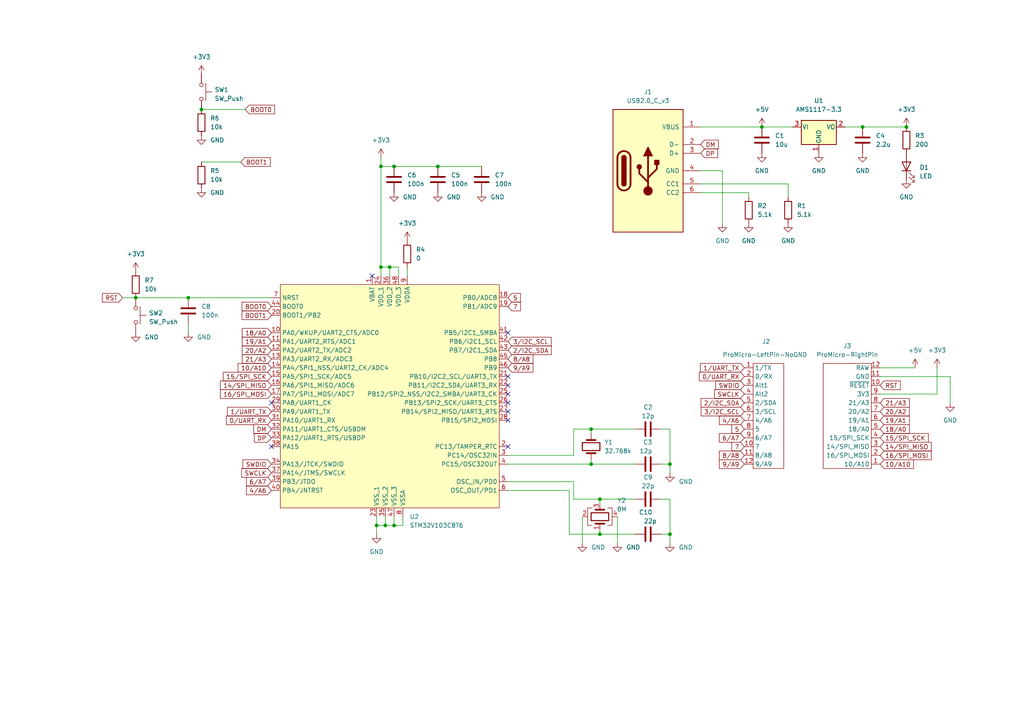
<source format=kicad_sch>
(kicad_sch (version 20230121) (generator eeschema)
  (paper "A4")
  (title_block (title "x32micro") (rev "1.1.1"))
  (lib_symbols
    (symbol "$74th:ProMicro-LeftPin-NoGND"
      (property "Reference" "J" (at 0 12.7 0))
      (property "Value" "ProMicro-LeftPin" (at 0 15.24 0))
      (symbol "ProMicro-LeftPin-NoGND_0_1"
        (rectangle (start -3.81 11.43) (end 5.08 -19.05) (stroke (width 0.1524)))
      )
      (symbol "ProMicro-LeftPin-NoGND_1_1"
        (pin bidirectional line (at -6.35 10.16 0) (length 2.54) (name "1/TX") (number "1"))
        (pin bidirectional line (at -6.35 -12.7 0) (length 2.54) (name "7") (number "10"))
        (pin bidirectional line (at -6.35 -15.24 0) (length 2.54) (name "8/A8") (number "11"))
        (pin bidirectional line (at -6.35 -17.78 0) (length 2.54) (name "9/A9") (number "12"))
        (pin bidirectional line (at -6.35 7.62 0) (length 2.54) (name "0/RX") (number "2"))
        (pin bidirectional line (at -6.35 5.08 0) (length 2.54) (name "Alt1") (number "3"))
        (pin bidirectional line (at -6.35 2.54 0) (length 2.54) (name "Alt2") (number "4"))
        (pin bidirectional line (at -6.35 0 0) (length 2.54) (name "2/SDA") (number "5"))
        (pin bidirectional line (at -6.35 -2.54 0) (length 2.54) (name "3/SCL") (number "6"))
        (pin bidirectional line (at -6.35 -5.08 0) (length 2.54) (name "4/A6") (number "7"))
        (pin bidirectional line (at -6.35 -7.62 0) (length 2.54) (name "5") (number "8"))
        (pin bidirectional line (at -6.35 -10.16 0) (length 2.54) (name "6/A7") (number "9"))
      )
    )
    (symbol "$74th:ProMicro-RightPin"
      (property "Reference" "J" (at 0 12.7 0))
      (property "Value" "ProMicro-RightPin" (at 0 15.24 0))
      (symbol "ProMicro-RightPin_0_1"
        (rectangle (start -3.81 11.43) (end 10.16 -19.05) (stroke (width 0.1524)))
      )
      (symbol "ProMicro-RightPin_1_1"
        (pin bidirectional line (at 12.7 -17.78 180) (length 2.54) (name "10/A10") (number "1"))
        (pin input line (at 12.7 5.08 180) (length 2.54) (name "~{RESET}") (number "10"))
        (pin power_in line (at 12.7 7.62 180) (length 2.54) (name "GND") (number "11"))
        (pin power_in line (at 12.7 10.16 180) (length 2.54) (name "RAW") (number "12"))
        (pin bidirectional line (at 12.7 -15.24 180) (length 2.54) (name "16/SPI_MOSI") (number "2"))
        (pin bidirectional line (at 12.7 -12.7 180) (length 2.54) (name "14/SPI_MISO") (number "3"))
        (pin bidirectional line (at 12.7 -10.16 180) (length 2.54) (name "15/SPI_SCK") (number "4"))
        (pin bidirectional line (at 12.7 -7.62 180) (length 2.54) (name "18/A0") (number "5"))
        (pin bidirectional line (at 12.7 -5.08 180) (length 2.54) (name "19/A1") (number "6"))
        (pin bidirectional line (at 12.7 -2.54 180) (length 2.54) (name "20/A2") (number "7"))
        (pin bidirectional line (at 12.7 0 180) (length 2.54) (name "21/A3") (number "8"))
        (pin power_in line (at 12.7 2.54 180) (length 2.54) (name "3V3") (number "9"))
      )
    )
    (symbol "$74th:STM32F103C8T6"
      (property "Reference" "U" (at -24.13 25.4 0))
      (property "Value" "STM32V103C8T6" (at -24.13 27.94 0))
      (symbol "STM32F103C8T6_0_1"
        (rectangle (start -31.75 22.86) (end 31.75 -41.91) (stroke (width 0.1524)) (fill (type background)))
        (rectangle (start -1.27 -15.24) (end -1.27 -15.24) (stroke (width 0.1524)))
      )
      (symbol "STM32F103C8T6_1_1"
        (pin power_in line (at -5.08 25.4 270) (length 2.54) (name "VBAT") (number "1"))
        (pin bidirectional line (at -34.29 8.89 0) (length 2.54) (name "PA0/WKUP/UART2_CTS/ADC0") (number "10"))
        (pin bidirectional line (at -34.29 6.35 0) (length 2.54) (name "PA1/UART2_RTS/ADC1") (number "11"))
        (pin bidirectional line (at -34.29 3.81 0) (length 2.54) (name "PA2/UART2_TX/ADC2") (number "12"))
        (pin bidirectional line (at -34.29 1.27 0) (length 2.54) (name "PA3/UART2_RX/ADC3") (number "13"))
        (pin bidirectional line (at -34.29 -1.27 0) (length 2.54) (name "PA4/SPI1_NSS/UART2_CK/ADC4") (number "14"))
        (pin bidirectional line (at -34.29 -3.81 0) (length 2.54) (name "PA5/SPI1_SCK/ADC5") (number "15"))
        (pin bidirectional line (at -34.29 -6.35 0) (length 2.54) (name "PA6/SPI1_MISO/ADC6") (number "16"))
        (pin bidirectional line (at -34.29 -8.89 0) (length 2.54) (name "PA7/SPI1_MOSI/ADC7") (number "17"))
        (pin bidirectional line (at 34.29 19.05 180) (length 2.54) (name "PB0/ADC8") (number "18"))
        (pin bidirectional line (at 34.29 16.51 180) (length 2.54) (name "PB1/ADC9") (number "19"))
        (pin bidirectional line (at 34.29 -24.13 180) (length 2.54) (name "PC13/TAMPER_RTC") (number "2"))
        (pin bidirectional line (at -34.29 13.97 0) (length 2.54) (name "BOOT1/PB2") (number "20"))
        (pin bidirectional line (at 34.29 -3.81 180) (length 2.54) (name "PB10/I2C2_SCL/UART3_TX") (number "21"))
        (pin bidirectional line (at 34.29 -6.35 180) (length 2.54) (name "PB11/I2C2_SDA/UART3_RX") (number "22"))
        (pin power_in line (at -3.81 -44.45 90) (length 2.54) (name "VSS_1") (number "23"))
        (pin power_in line (at -2.54 25.4 270) (length 2.54) (name "VDD_1") (number "24"))
        (pin bidirectional line (at 34.29 -8.89 180) (length 2.54) (name "PB12/SPI2_NSS/I2C2_SMBA/UART3_CK") (number "25"))
        (pin bidirectional line (at 34.29 -11.43 180) (length 2.54) (name "PB13/SPI2_SCK/UART3_CTS") (number "26"))
        (pin bidirectional line (at 34.29 -13.97 180) (length 2.54) (name "PB14/SPI2_MISO/UART3_RTS") (number "27"))
        (pin bidirectional line (at 34.29 -16.51 180) (length 2.54) (name "PB15/SPI2_MOSI") (number "28"))
        (pin bidirectional line (at -34.29 -11.43 0) (length 2.54) (name "PA8/UART1_CK") (number "29"))
        (pin bidirectional line (at 34.29 -26.67 180) (length 2.54) (name "PC14/OSC32IN") (number "3"))
        (pin bidirectional line (at -34.29 -13.97 0) (length 2.54) (name "PA9/UART1_TX") (number "30"))
        (pin bidirectional line (at -34.29 -16.51 0) (length 2.54) (name "PA10/UART1_RX") (number "31"))
        (pin bidirectional line (at -34.29 -19.05 0) (length 2.54) (name "PA11/UART1_CTS/USBDM") (number "32"))
        (pin bidirectional line (at -34.29 -21.59 0) (length 2.54) (name "PA12/UART1_RTS/USBDP") (number "33"))
        (pin bidirectional line (at -34.29 -29.21 0) (length 2.54) (name "PA13/JTCK/SWDIO") (number "34"))
        (pin power_in line (at -1.27 -44.45 90) (length 2.54) (name "VSS_2") (number "35"))
        (pin power_in line (at 0 25.4 270) (length 2.54) (name "VDD_2") (number "36"))
        (pin bidirectional line (at -34.29 -31.75 0) (length 2.54) (name "PA14/JTMS/SWCLK") (number "37"))
        (pin bidirectional line (at -34.29 -24.13 0) (length 2.54) (name "PA15") (number "38"))
        (pin bidirectional line (at -34.29 -34.29 0) (length 2.54) (name "PB3/JTDO") (number "39"))
        (pin bidirectional line (at 34.29 -29.21 180) (length 2.54) (name "PC15/OSC32OUT") (number "4"))
        (pin bidirectional line (at -34.29 -36.83 0) (length 2.54) (name "PB4/JNTRST") (number "40"))
        (pin bidirectional line (at 34.29 8.89 180) (length 2.54) (name "PB5/I2C1_SMBA") (number "41"))
        (pin bidirectional line (at 34.29 6.35 180) (length 2.54) (name "PB6/I2C1_SCL") (number "42"))
        (pin bidirectional line (at 34.29 3.81 180) (length 2.54) (name "PB7/I2C1_SDA") (number "43"))
        (pin input line (at -34.29 16.51 0) (length 2.54) (name "BOOT0") (number "44"))
        (pin bidirectional line (at 34.29 1.27 180) (length 2.54) (name "PB8") (number "45"))
        (pin bidirectional line (at 34.29 -1.27 180) (length 2.54) (name "PB9") (number "46"))
        (pin power_in line (at 1.27 -44.45 90) (length 2.54) (name "VSS_3") (number "47"))
        (pin power_in line (at 2.54 25.4 270) (length 2.54) (name "VDD_3") (number "48"))
        (pin bidirectional line (at 34.29 -34.29 180) (length 2.54) (name "OSC_IN/PD0") (number "5"))
        (pin bidirectional line (at 34.29 -36.83 180) (length 2.54) (name "OSC_OUT/PD1") (number "6"))
        (pin input line (at -34.29 19.05 0) (length 2.54) (name "NRST") (number "7"))
        (pin input line (at 3.81 -44.45 90) (length 2.54) (name "VSSA") (number "8"))
        (pin input line (at 5.08 25.4 270) (length 2.54) (name "VDDA") (number "9"))
      )
    )
    (symbol "$74th:USB2.0_C_v3" (pin_names (offset 1.016))
      (property "Reference" "J" (at -10.16 19.05 0))
      (property "Value" "USB2.0_C_v3" (at 12.7 19.05 0))
      (symbol "USB2.0_C_v3_0_1"
        (rectangle (start -10.16 17.78) (end 10.16 -17.78) (stroke (width 0.254)) (fill (type background)))
        (arc (start -8.89 -3.81) (mid -6.985 -5.7067) (end -5.08 -3.81) (stroke (width 0.508)))
        (arc (start -7.62 -3.81) (mid -6.985 -4.4423) (end -6.35 -3.81) (stroke (width 0.254)))
        (arc (start -7.62 -3.81) (mid -6.985 -4.4423) (end -6.35 -3.81) (stroke (width 0.254)) (fill (type outline)))
        (rectangle (start -7.62 -3.81) (end -6.35 3.81) (stroke (width 0.254)) (fill (type outline)))
        (arc (start -6.35 3.81) (mid -6.985 4.4423) (end -7.62 3.81) (stroke (width 0.254)))
        (arc (start -6.35 3.81) (mid -6.985 4.4423) (end -7.62 3.81) (stroke (width 0.254)) (fill (type outline)))
        (arc (start -5.08 3.81) (mid -6.985 5.7067) (end -8.89 3.81) (stroke (width 0.508)))
        (circle (center -2.54 1.143) (radius 0.635) (stroke (width 0.254)) (fill (type outline)))
        (circle (center 0 -5.842) (radius 1.27) (fill (type outline)))
        (polyline (pts (xy -8.89 -3.81) (xy -8.89 3.81)) (stroke (width 0.508)))
        (polyline (pts (xy -5.08 3.81) (xy -5.08 -3.81)) (stroke (width 0.508)))
        (polyline (pts (xy 0 -5.842) (xy 0 4.318)) (stroke (width 0.508)))
        (polyline (pts (xy 0 -3.302) (xy -2.54 -0.762) (xy -2.54 0.508)) (stroke (width 0.508)))
        (polyline (pts (xy 0 -2.032) (xy 2.54 0.508) (xy 2.54 1.778)) (stroke (width 0.508)))
        (polyline (pts (xy -1.27 4.318) (xy 0 6.858) (xy 1.27 4.318) (xy -1.27 4.318)) (stroke (width 0.254)) (fill (type outline)))
        (rectangle (start 1.905 1.778) (end 3.175 3.048) (stroke (width 0.254)) (fill (type outline)))
      )
      (symbol "USB2.0_C_v3_1_1"
        (pin power_out line (at 15.24 12.7 180) (length 5.08) (name "VBUS") (number "1"))
        (pin bidirectional line (at 15.24 7.62 180) (length 5.08) (name "D-") (number "2"))
        (pin bidirectional line (at 15.24 5.08 180) (length 5.08) (name "D+") (number "3"))
        (pin power_out line (at 15.24 0 180) (length 5.08) (name "GND") (number "4"))
        (pin bidirectional line (at 15.24 -3.81 180) (length 5.08) (name "CC1") (number "5"))
        (pin bidirectional line (at 15.24 -6.35 180) (length 5.08) (name "CC2") (number "6"))
      )
    )
    (symbol "Device:C" (pin_numbers hide) (pin_names (offset 0.254))
      (property "Reference" "C" (at 0.635 2.54 0))
      (property "Value" "C" (at 0.635 -2.54 0))
      (symbol "C_0_1"
        (polyline (pts (xy -2.032 -0.762) (xy 2.032 -0.762)) (stroke (width 0.508)))
        (polyline (pts (xy -2.032 0.762) (xy 2.032 0.762)) (stroke (width 0.508)))
      )
      (symbol "C_1_1"
        (pin passive line (at 0 3.81 270) (length 2.794) (name "~") (number "1"))
        (pin passive line (at 0 -3.81 90) (length 2.794) (name "~") (number "2"))
      )
    )
    (symbol "Device:Crystal" (pin_numbers hide) (pin_names (offset 1.016) hide)
      (property "Reference" "Y" (at 0 3.81 0))
      (property "Value" "Crystal" (at 0 -3.81 0))
      (symbol "Crystal_0_1"
        (rectangle (start -1.143 2.54) (end 1.143 -2.54) (stroke (width 0.3048)))
        (polyline (pts (xy -2.54 0) (xy -1.905 0)))
        (polyline (pts (xy -1.905 -1.27) (xy -1.905 1.27)) (stroke (width 0.508)))
        (polyline (pts (xy 1.905 -1.27) (xy 1.905 1.27)) (stroke (width 0.508)))
        (polyline (pts (xy 2.54 0) (xy 1.905 0)))
      )
      (symbol "Crystal_1_1"
        (pin passive line (at -3.81 0 0) (length 1.27) (name "1") (number "1"))
        (pin passive line (at 3.81 0 180) (length 1.27) (name "2") (number "2"))
      )
    )
    (symbol "Device:Crystal_GND24" (pin_names (offset 1.016) hide)
      (property "Reference" "Y" (at 3.175 5.08 0))
      (property "Value" "Crystal_GND24" (at 3.175 3.175 0))
      (symbol "Crystal_GND24_0_1"
        (rectangle (start -1.143 2.54) (end 1.143 -2.54) (stroke (width 0.3048)))
        (polyline (pts (xy -2.54 0) (xy -2.032 0)))
        (polyline (pts (xy -2.032 -1.27) (xy -2.032 1.27)) (stroke (width 0.508)))
        (polyline (pts (xy 0 -3.81) (xy 0 -3.556)))
        (polyline (pts (xy 0 3.556) (xy 0 3.81)))
        (polyline (pts (xy 2.032 -1.27) (xy 2.032 1.27)) (stroke (width 0.508)))
        (polyline (pts (xy 2.032 0) (xy 2.54 0)))
        (polyline (pts (xy -2.54 -2.286) (xy -2.54 -3.556) (xy 2.54 -3.556) (xy 2.54 -2.286)))
        (polyline (pts (xy -2.54 2.286) (xy -2.54 3.556) (xy 2.54 3.556) (xy 2.54 2.286)))
      )
      (symbol "Crystal_GND24_1_1"
        (pin passive line (at -3.81 0 0) (length 1.27) (name "1") (number "1"))
        (pin passive line (at 0 5.08 270) (length 1.27) (name "2") (number "2"))
        (pin passive line (at 3.81 0 180) (length 1.27) (name "3") (number "3"))
        (pin passive line (at 0 -5.08 90) (length 1.27) (name "4") (number "4"))
      )
    )
    (symbol "Device:LED" (pin_numbers hide) (pin_names (offset 1.016) hide)
      (property "Reference" "D" (at 0 2.54 0))
      (property "Value" "LED" (at 0 -2.54 0))
      (symbol "LED_0_1"
        (polyline (pts (xy -1.27 -1.27) (xy -1.27 1.27)) (stroke (width 0.254)))
        (polyline (pts (xy -1.27 0) (xy 1.27 0)))
        (polyline (pts (xy 1.27 -1.27) (xy 1.27 1.27) (xy -1.27 0) (xy 1.27 -1.27)) (stroke (width 0.254)))
        (polyline (pts (xy -3.048 -0.762) (xy -4.572 -2.286) (xy -3.81 -2.286) (xy -4.572 -2.286) (xy -4.572 -1.524)))
        (polyline (pts (xy -1.778 -0.762) (xy -3.302 -2.286) (xy -2.54 -2.286) (xy -3.302 -2.286) (xy -3.302 -1.524)))
      )
      (symbol "LED_1_1"
        (pin passive line (at -3.81 0 0) (length 2.54) (name "K") (number "1"))
        (pin passive line (at 3.81 0 180) (length 2.54) (name "A") (number "2"))
      )
    )
    (symbol "Device:R" (pin_numbers hide) (pin_names (offset 0))
      (property "Reference" "R" (at 2.032 0 90))
      (property "Value" "R" (at 0 0 90))
      (symbol "R_0_1"
        (rectangle (start -1.016 -2.54) (end 1.016 2.54) (stroke (width 0.254)))
      )
      (symbol "R_1_1"
        (pin passive line (at 0 3.81 270) (length 1.27) (name "~") (number "1"))
        (pin passive line (at 0 -3.81 90) (length 1.27) (name "~") (number "2"))
      )
    )
    (symbol "Regulator_Linear:AMS1117-3.3" (pin_names (offset 0.254))
      (property "Reference" "U" (at -3.81 3.175 0))
      (property "Value" "AMS1117-3.3" (at 0 3.175 0))
      (symbol "AMS1117-3.3_0_1"
        (rectangle (start -5.08 -5.08) (end 5.08 1.905) (stroke (width 0.254)) (fill (type background)))
      )
      (symbol "AMS1117-3.3_1_1"
        (pin power_in line (at 0 -7.62 90) (length 2.54) (name "GND") (number "1"))
        (pin power_out line (at 7.62 0 180) (length 2.54) (name "VO") (number "2"))
        (pin power_in line (at -7.62 0 0) (length 2.54) (name "VI") (number "3"))
      )
    )
    (symbol "Switch:SW_Push" (pin_numbers hide) (pin_names (offset 1.016) hide)
      (property "Reference" "SW" (at 1.27 2.54 0))
      (property "Value" "SW_Push" (at 0 -1.524 0))
      (symbol "SW_Push_0_1"
        (circle (center -2.032 0) (radius 0.508))
        (polyline (pts (xy 0 1.27) (xy 0 3.048)))
        (polyline (pts (xy 2.54 1.27) (xy -2.54 1.27)))
        (circle (center 2.032 0) (radius 0.508))
        (pin passive line (at -5.08 0 0) (length 2.54) (name "1") (number "1"))
        (pin passive line (at 5.08 0 180) (length 2.54) (name "2") (number "2"))
      )
    )
    (symbol "power:+3V3" (power) (pin_names (offset 0))
      (property "Value" "+3V3" (at 0 3.556 0))
      (symbol "+3V3_0_1"
        (polyline (pts (xy -0.762 1.27) (xy 0 2.54)))
        (polyline (pts (xy 0 0) (xy 0 2.54)))
        (polyline (pts (xy 0 2.54) (xy 0.762 1.27)))
      )
      (symbol "+3V3_1_1"
        (pin power_in line (at 0 0 90) (length 0) hide (name "+3V3") (number "1"))
      )
    )
    (symbol "power:+5V" (power) (pin_names (offset 0))
      (property "Value" "+5V" (at 0 3.556 0))
      (symbol "+5V_0_1"
        (polyline (pts (xy -0.762 1.27) (xy 0 2.54)))
        (polyline (pts (xy 0 0) (xy 0 2.54)))
        (polyline (pts (xy 0 2.54) (xy 0.762 1.27)))
      )
      (symbol "+5V_1_1"
        (pin power_in line (at 0 0 90) (length 0) hide (name "+5V") (number "1"))
      )
    )
    (symbol "power:GND" (power) (pin_names (offset 0))
      (property "Value" "GND" (at 0 -3.81 0))
      (symbol "GND_0_1"
        (polyline (pts (xy 0 0) (xy 0 -1.27) (xy 1.27 -1.27) (xy 0 -2.54) (xy -1.27 -1.27) (xy 0 -1.27)))
      )
      (symbol "GND_1_1"
        (pin power_in line (at 0 0 270) (length 0) hide (name "GND") (number "1"))
      )
    )
  )
  (junction (at 110.49 48.26))
  (junction (at 250.19 36.83))
  (junction (at 173.99 144.78))
  (junction (at 127 48.26))
  (junction (at 58.42 31.75))
  (junction (at 39.37 86.36))
  (junction (at 171.45 134.62))
  (junction (at 194.31 134.62))
  (junction (at 54.61 86.36))
  (junction (at 109.22 152.4))
  (junction (at 262.89 36.83))
  (junction (at 194.31 154.94))
  (junction (at 110.49 77.47))
  (junction (at 171.45 124.46))
  (junction (at 113.03 77.47))
  (junction (at 220.98 36.83))
  (junction (at 111.76 152.4))
  (junction (at 114.3 48.26))
  (junction (at 114.3 152.4))
  (junction (at 173.99 154.94))
  (no_connect (at 147.32 111.76))
  (no_connect (at 147.32 109.22))
  (no_connect (at 147.32 119.38))
  (no_connect (at 147.32 114.3))
  (no_connect (at 78.74 116.84))
  (no_connect (at 107.95 80.01))
  (no_connect (at 147.32 121.92))
  (no_connect (at 147.32 116.84))
  (no_connect (at 147.32 96.52))
  (no_connect (at 147.32 129.54))
  (no_connect (at 78.74 129.54))
  (wire (pts (xy 245.11 36.83) (xy 250.19 36.83)))
  (wire (pts (xy 194.31 157.48) (xy 194.31 154.94)))
  (wire (pts (xy 114.3 48.26) (xy 127 48.26)))
  (wire (pts (xy 171.45 134.62) (xy 184.15 134.62)))
  (wire (pts (xy 109.22 152.4) (xy 109.22 154.94)))
  (wire (pts (xy 271.78 114.3) (xy 271.78 106.68)))
  (wire (pts (xy 173.99 153.67) (xy 173.99 154.94)))
  (wire (pts (xy 58.42 46.99) (xy 69.85 46.99)))
  (wire (pts (xy 217.17 55.88) (xy 217.17 57.15)))
  (wire (pts (xy 209.55 49.53) (xy 209.55 64.77)))
  (wire (pts (xy 171.45 124.46) (xy 184.15 124.46)))
  (wire (pts (xy 194.31 137.16) (xy 194.31 134.62)))
  (wire (pts (xy 110.49 48.26) (xy 114.3 48.26)))
  (wire (pts (xy 113.03 77.47) (xy 113.03 80.01)))
  (wire (pts (xy 110.49 48.26) (xy 110.49 77.47)))
  (wire (pts (xy 228.6 53.34) (xy 228.6 57.15)))
  (wire (pts (xy 115.57 77.47) (xy 113.03 77.47)))
  (wire (pts (xy 203.2 53.34) (xy 228.6 53.34)))
  (wire (pts (xy 54.61 96.52) (xy 54.61 93.98)))
  (wire (pts (xy 173.99 144.78) (xy 184.15 144.78)))
  (wire (pts (xy 179.07 149.86) (xy 179.07 157.48)))
  (wire (pts (xy 194.31 124.46) (xy 191.77 124.46)))
  (wire (pts (xy 168.91 149.86) (xy 168.91 157.48)))
  (wire (pts (xy 114.3 149.86) (xy 114.3 152.4)))
  (wire (pts (xy 111.76 149.86) (xy 111.76 152.4)))
  (wire (pts (xy 111.76 152.4) (xy 109.22 152.4)))
  (wire (pts (xy 203.2 49.53) (xy 209.55 49.53)))
  (wire (pts (xy 194.31 144.78) (xy 194.31 154.94)))
  (wire (pts (xy 116.84 149.86) (xy 116.84 152.4)))
  (wire (pts (xy 110.49 77.47) (xy 110.49 80.01)))
  (wire (pts (xy 109.22 149.86) (xy 109.22 152.4)))
  (wire (pts (xy 250.19 36.83) (xy 262.89 36.83)))
  (wire (pts (xy 114.3 152.4) (xy 111.76 152.4)))
  (wire (pts (xy 54.61 86.36) (xy 78.74 86.36)))
  (wire (pts (xy 165.1 154.94) (xy 173.99 154.94)))
  (wire (pts (xy 255.27 114.3) (xy 271.78 114.3)))
  (wire (pts (xy 173.99 144.78) (xy 173.99 146.05)))
  (wire (pts (xy 194.31 134.62) (xy 191.77 134.62)))
  (wire (pts (xy 147.32 134.62) (xy 171.45 134.62)))
  (wire (pts (xy 165.1 142.24) (xy 165.1 154.94)))
  (wire (pts (xy 173.99 154.94) (xy 184.15 154.94)))
  (wire (pts (xy 127 48.26) (xy 139.7 48.26)))
  (wire (pts (xy 166.37 139.7) (xy 166.37 144.78)))
  (wire (pts (xy 171.45 125.73) (xy 171.45 124.46)))
  (wire (pts (xy 115.57 77.47) (xy 115.57 80.01)))
  (wire (pts (xy 110.49 45.72) (xy 110.49 48.26)))
  (wire (pts (xy 166.37 124.46) (xy 171.45 124.46)))
  (wire (pts (xy 147.32 142.24) (xy 165.1 142.24)))
  (wire (pts (xy 166.37 144.78) (xy 173.99 144.78)))
  (wire (pts (xy 58.42 31.75) (xy 71.12 31.75)))
  (wire (pts (xy 118.11 80.01) (xy 118.11 77.47)))
  (wire (pts (xy 203.2 55.88) (xy 217.17 55.88)))
  (wire (pts (xy 194.31 124.46) (xy 194.31 134.62)))
  (wire (pts (xy 171.45 133.35) (xy 171.45 134.62)))
  (wire (pts (xy 39.37 86.36) (xy 54.61 86.36)))
  (wire (pts (xy 147.32 132.08) (xy 166.37 132.08)))
  (wire (pts (xy 35.56 86.36) (xy 39.37 86.36)))
  (wire (pts (xy 275.59 109.22) (xy 275.59 116.84)))
  (wire (pts (xy 194.31 154.94) (xy 191.77 154.94)))
  (wire (pts (xy 147.32 139.7) (xy 166.37 139.7)))
  (wire (pts (xy 255.27 106.68) (xy 265.43 106.68)))
  (wire (pts (xy 194.31 144.78) (xy 191.77 144.78)))
  (wire (pts (xy 166.37 132.08) (xy 166.37 124.46)))
  (wire (pts (xy 203.2 36.83) (xy 220.98 36.83)))
  (wire (pts (xy 116.84 152.4) (xy 114.3 152.4)))
  (wire (pts (xy 255.27 109.22) (xy 275.59 109.22)))
  (wire (pts (xy 113.03 77.47) (xy 110.49 77.47)))
  (wire (pts (xy 220.98 36.83) (xy 229.87 36.83)))
  (global_label "15{slash}SPI_SCK" (shape input) (at 255.27 127 0) (property "Intersheetrefs" "${INTERSHEET_REFS}" (effects hide)) (property "シート間のリファレンス" "${INTERSHEET_REFS}" (effects hide)))
  (global_label "5" (shape input) (at 215.9 124.46 180) (property "Intersheetrefs" "${INTERSHEET_REFS}" (effects hide)) (property "シート間のリファレンス" "${INTERSHEET_REFS}" (effects hide)))
  (global_label "8{slash}A8" (shape input) (at 215.9 132.08 180) (property "Intersheetrefs" "${INTERSHEET_REFS}" (effects hide)) (property "シート間のリファレンス" "${INTERSHEET_REFS}" (effects hide)))
  (global_label "5" (shape input) (at 147.32 86.36 0) (property "Intersheetrefs" "${INTERSHEET_REFS}" (effects hide)) (property "シート間のリファレンス" "${INTERSHEET_REFS}" (effects hide)))
  (global_label "20{slash}A2" (shape input) (at 255.27 119.38 0) (property "Intersheetrefs" "${INTERSHEET_REFS}" (effects hide)) (property "シート間のリファレンス" "${INTERSHEET_REFS}" (effects hide)))
  (global_label "0{slash}UART_RX" (shape input) (at 215.9 109.22 180) (property "Intersheetrefs" "${INTERSHEET_REFS}" (effects hide)) (property "シート間のリファレンス" "${INTERSHEET_REFS}" (effects hide)))
  (global_label "9{slash}A9" (shape input) (at 215.9 134.62 180) (property "Intersheetrefs" "${INTERSHEET_REFS}" (effects hide)) (property "シート間のリファレンス" "${INTERSHEET_REFS}" (effects hide)))
  (global_label "19{slash}A1" (shape input) (at 255.27 121.92 0) (property "Intersheetrefs" "${INTERSHEET_REFS}" (effects hide)) (property "シート間のリファレンス" "${INTERSHEET_REFS}" (effects hide)))
  (global_label "21{slash}A3" (shape input) (at 78.74 104.14 180) (property "Intersheetrefs" "${INTERSHEET_REFS}" (effects hide)) (property "シート間のリファレンス" "${INTERSHEET_REFS}" (effects hide)))
  (global_label "4{slash}A6" (shape input) (at 215.9 121.92 180) (property "Intersheetrefs" "${INTERSHEET_REFS}" (effects hide)) (property "シート間のリファレンス" "${INTERSHEET_REFS}" (effects hide)))
  (global_label "BOOT0" (shape input) (at 71.12 31.75 0) (property "Intersheetrefs" "${INTERSHEET_REFS}" (effects hide)) (property "シート間のリファレンス" "${INTERSHEET_REFS}" (effects hide)))
  (global_label "14{slash}SPI_MISO" (shape input) (at 255.27 129.54 0) (property "Intersheetrefs" "${INTERSHEET_REFS}" (effects hide)) (property "シート間のリファレンス" "${INTERSHEET_REFS}" (effects hide)))
  (global_label "1{slash}UART_TX" (shape input) (at 215.9 106.68 180) (property "Intersheetrefs" "${INTERSHEET_REFS}" (effects hide)) (property "シート間のリファレンス" "${INTERSHEET_REFS}" (effects hide)))
  (global_label "8{slash}A8" (shape input) (at 147.32 104.14 0) (property "Intersheetrefs" "${INTERSHEET_REFS}" (effects hide)) (property "シート間のリファレンス" "${INTERSHEET_REFS}" (effects hide)))
  (global_label "4{slash}A6" (shape input) (at 78.74 142.24 180) (property "Intersheetrefs" "${INTERSHEET_REFS}" (effects hide)) (property "シート間のリファレンス" "${INTERSHEET_REFS}" (effects hide)))
  (global_label "BOOT1" (shape input) (at 78.74 91.44 180) (property "Intersheetrefs" "${INTERSHEET_REFS}" (effects hide)) (property "シート間のリファレンス" "${INTERSHEET_REFS}" (effects hide)))
  (global_label "2{slash}I2C_SDA" (shape input) (at 147.32 101.6 0) (property "Intersheetrefs" "${INTERSHEET_REFS}" (effects hide)) (property "シート間のリファレンス" "${INTERSHEET_REFS}" (effects hide)))
  (global_label "3{slash}I2C_SCL" (shape input) (at 147.32 99.06 0) (property "Intersheetrefs" "${INTERSHEET_REFS}" (effects hide)) (property "シート間のリファレンス" "${INTERSHEET_REFS}" (effects hide)))
  (global_label "DM" (shape input) (at 203.2 41.91 0) (property "Intersheetrefs" "${INTERSHEET_REFS}" (effects hide)) (property "シート間のリファレンス" "${INTERSHEET_REFS}" (effects hide)))
  (global_label "9{slash}A9" (shape input) (at 147.32 106.68 0) (property "Intersheetrefs" "${INTERSHEET_REFS}" (effects hide)) (property "シート間のリファレンス" "${INTERSHEET_REFS}" (effects hide)))
  (global_label "19{slash}A1" (shape input) (at 78.74 99.06 180) (property "Intersheetrefs" "${INTERSHEET_REFS}" (effects hide)) (property "シート間のリファレンス" "${INTERSHEET_REFS}" (effects hide)))
  (global_label "15{slash}SPI_SCK" (shape input) (at 78.74 109.22 180) (property "Intersheetrefs" "${INTERSHEET_REFS}" (effects hide)) (property "シート間のリファレンス" "${INTERSHEET_REFS}" (effects hide)))
  (global_label "3{slash}I2C_SCL" (shape input) (at 215.9 119.38 180) (property "Intersheetrefs" "${INTERSHEET_REFS}" (effects hide)) (property "シート間のリファレンス" "${INTERSHEET_REFS}" (effects hide)))
  (global_label "10{slash}A10" (shape input) (at 78.74 106.68 180) (property "Intersheetrefs" "${INTERSHEET_REFS}" (effects hide)) (property "シート間のリファレンス" "${INTERSHEET_REFS}" (effects hide)))
  (global_label "DM" (shape input) (at 78.74 124.46 180) (property "Intersheetrefs" "${INTERSHEET_REFS}" (effects hide)) (property "シート間のリファレンス" "${INTERSHEET_REFS}" (effects hide)))
  (global_label "2{slash}I2C_SDA" (shape input) (at 215.9 116.84 180) (property "Intersheetrefs" "${INTERSHEET_REFS}" (effects hide)) (property "シート間のリファレンス" "${INTERSHEET_REFS}" (effects hide)))
  (global_label "7" (shape input) (at 215.9 129.54 180) (property "Intersheetrefs" "${INTERSHEET_REFS}" (effects hide)) (property "シート間のリファレンス" "${INTERSHEET_REFS}" (effects hide)))
  (global_label "SWDIO" (shape input) (at 215.9 111.76 180) (property "Intersheetrefs" "${INTERSHEET_REFS}" (effects hide)))
  (global_label "18{slash}A0" (shape input) (at 255.27 124.46 0) (property "Intersheetrefs" "${INTERSHEET_REFS}" (effects hide)) (property "シート間のリファレンス" "${INTERSHEET_REFS}" (effects hide)))
  (global_label "6{slash}A7" (shape input) (at 215.9 127 180) (property "Intersheetrefs" "${INTERSHEET_REFS}" (effects hide)) (property "シート間のリファレンス" "${INTERSHEET_REFS}" (effects hide)))
  (global_label "SWCLK" (shape input) (at 78.74 137.16 180) (property "Intersheetrefs" "${INTERSHEET_REFS}" (effects hide)))
  (global_label "21{slash}A3" (shape input) (at 255.27 116.84 0) (property "Intersheetrefs" "${INTERSHEET_REFS}" (effects hide)) (property "シート間のリファレンス" "${INTERSHEET_REFS}" (effects hide)))
  (global_label "16{slash}SPI_MOSI" (shape input) (at 78.74 114.3 180) (property "Intersheetrefs" "${INTERSHEET_REFS}" (effects hide)) (property "シート間のリファレンス" "${INTERSHEET_REFS}" (effects hide)))
  (global_label "1{slash}UART_TX" (shape input) (at 78.74 119.38 180) (property "Intersheetrefs" "${INTERSHEET_REFS}" (effects hide)) (property "シート間のリファレンス" "${INTERSHEET_REFS}" (effects hide)))
  (global_label "16{slash}SPI_MOSI" (shape input) (at 255.27 132.08 0) (property "Intersheetrefs" "${INTERSHEET_REFS}" (effects hide)) (property "シート間のリファレンス" "${INTERSHEET_REFS}" (effects hide)))
  (global_label "7" (shape input) (at 147.32 88.9 0) (property "Intersheetrefs" "${INTERSHEET_REFS}" (effects hide)) (property "シート間のリファレンス" "${INTERSHEET_REFS}" (effects hide)))
  (global_label "0{slash}UART_RX" (shape input) (at 78.74 121.92 180) (property "Intersheetrefs" "${INTERSHEET_REFS}" (effects hide)) (property "シート間のリファレンス" "${INTERSHEET_REFS}" (effects hide)))
  (global_label "DP" (shape input) (at 203.2 44.45 0) (property "Intersheetrefs" "${INTERSHEET_REFS}" (effects hide)) (property "シート間のリファレンス" "${INTERSHEET_REFS}" (effects hide)))
  (global_label "6{slash}A7" (shape input) (at 78.74 139.7 180) (property "Intersheetrefs" "${INTERSHEET_REFS}" (effects hide)) (property "シート間のリファレンス" "${INTERSHEET_REFS}" (effects hide)))
  (global_label "RST" (shape input) (at 255.27 111.76 0) (property "Intersheetrefs" "${INTERSHEET_REFS}" (effects hide)) (property "シート間のリファレンス" "${INTERSHEET_REFS}" (effects hide)))
  (global_label "BOOT1" (shape input) (at 69.85 46.99 0) (property "Intersheetrefs" "${INTERSHEET_REFS}" (effects hide)) (property "シート間のリファレンス" "${INTERSHEET_REFS}" (effects hide)))
  (global_label "DP" (shape input) (at 78.74 127 180) (property "Intersheetrefs" "${INTERSHEET_REFS}" (effects hide)) (property "シート間のリファレンス" "${INTERSHEET_REFS}" (effects hide)))
  (global_label "14{slash}SPI_MISO" (shape input) (at 78.74 111.76 180) (property "Intersheetrefs" "${INTERSHEET_REFS}" (effects hide)) (property "シート間のリファレンス" "${INTERSHEET_REFS}" (effects hide)))
  (global_label "SWCLK" (shape input) (at 215.9 114.3 180) (property "Intersheetrefs" "${INTERSHEET_REFS}" (effects hide)))
  (global_label "18{slash}A0" (shape input) (at 78.74 96.52 180) (property "Intersheetrefs" "${INTERSHEET_REFS}" (effects hide)) (property "シート間のリファレンス" "${INTERSHEET_REFS}" (effects hide)))
  (global_label "10{slash}A10" (shape input) (at 255.27 134.62 0) (property "Intersheetrefs" "${INTERSHEET_REFS}" (effects hide)) (property "シート間のリファレンス" "${INTERSHEET_REFS}" (effects hide)))
  (global_label "SWDIO" (shape input) (at 78.74 134.62 180) (property "Intersheetrefs" "${INTERSHEET_REFS}" (effects hide)))
  (global_label "RST" (shape input) (at 35.56 86.36 180) (property "Intersheetrefs" "${INTERSHEET_REFS}" (effects hide)) (property "シート間のリファレンス" "${INTERSHEET_REFS}" (effects hide)))
  (global_label "20{slash}A2" (shape input) (at 78.74 101.6 180) (property "Intersheetrefs" "${INTERSHEET_REFS}" (effects hide)) (property "シート間のリファレンス" "${INTERSHEET_REFS}" (effects hide)))
  (global_label "BOOT0" (shape input) (at 78.74 88.9 180) (property "Intersheetrefs" "${INTERSHEET_REFS}" (effects hide)) (property "シート間のリファレンス" "${INTERSHEET_REFS}" (effects hide)))
  (symbol (lib_id "Device:R") (at 118.11 73.66 0) (unit 1)
    (property "Reference" "R4" (at 120.65 72.3899 0) (effects (justify left)))
    (property "Value" "0" (at 120.65 74.9299 0) (effects (justify left)))
    (property "Footprint" "$74th:Register_0805_2012" (effects hide))
  )
  (symbol (lib_id "Device:R") (at 262.89 40.64 0) (unit 1)
    (property "Reference" "R3" (at 265.43 39.3699 0) (effects (justify left)))
    (property "Value" "200" (at 265.43 41.9099 0) (effects (justify left)))
    (property "Footprint" "$74th:Register_0805_2012" (effects hide))
  )
  (symbol (lib_id "Device:C") (at 114.3 52.07 0) (unit 1)
    (property "Reference" "C6" (at 118.11 50.7999 0) (effects (justify left)))
    (property "Value" "100n" (at 118.11 53.3399 0) (effects (justify left)))
    (property "Footprint" "$74th:Capacitor_0805_2012" (effects hide))
  )
  (symbol (lib_id "power:GND") (at 217.17 64.77 0) (unit 1)
    (property "Reference" "#PWR0123" (effects hide))
    (property "Value" "GND" (at 217.17 69.85 0))
  )
  (symbol (lib_id "power:GND") (at 209.55 64.77 0) (unit 1)
    (property "Reference" "#PWR0124" (effects hide))
    (property "Value" "GND" (at 209.55 69.85 0))
  )
  (symbol (lib_id "power:GND") (at 109.22 154.94 0) (unit 1)
    (property "Reference" "#PWR0101" (effects hide))
    (property "Value" "GND" (at 109.22 160.02 0))
  )
  (symbol (lib_id "power:GND") (at 237.49 44.45 0) (unit 1)
    (property "Reference" "#PWR0120" (effects hide))
    (property "Value" "GND" (at 237.49 49.53 0))
  )
  (symbol (lib_id "power:GND") (at 179.07 157.48 0) (unit 1)
    (property "Reference" "#PWR0126" (effects hide))
    (property "Value" "GND" (at 181.61 158.7499 0) (effects (justify left)))
  )
  (symbol (lib_id "power:GND") (at 54.61 96.52 0) (unit 1)
    (property "Reference" "#PWR0111" (effects hide))
    (property "Value" "GND" (at 57.15 97.7899 0) (effects (justify left)))
  )
  (symbol (lib_id "power:GND") (at 250.19 44.45 0) (unit 1)
    (property "Reference" "#PWR0108" (effects hide))
    (property "Value" "GND" (at 250.19 49.53 0))
  )
  (symbol (lib_id "power:GND") (at 262.89 52.07 0) (unit 1)
    (property "Reference" "#PWR0110" (effects hide))
    (property "Value" "GND" (at 262.89 57.15 0))
  )
  (symbol (lib_id "Device:R") (at 39.37 82.55 0) (unit 1)
    (property "Reference" "R7" (at 41.91 81.2799 0) (effects (justify left)))
    (property "Value" "10k" (at 41.91 83.8199 0) (effects (justify left)))
    (property "Footprint" "$74th:Register_0805_2012" (effects hide))
  )
  (symbol (lib_id "Switch:SW_Push") (at 58.42 26.67 270) (unit 1)
    (property "Reference" "SW1" (at 62.23 26.035 90) (effects (justify left)))
    (property "Value" "SW_Push" (at 62.23 28.575 90) (effects (justify left)))
    (property "Footprint" "$74th:SKRPABE010" (effects hide))
  )
  (symbol (lib_id "power:GND") (at 220.98 44.45 0) (unit 1)
    (property "Reference" "#PWR0122" (effects hide))
    (property "Value" "GND" (at 220.98 49.53 0))
  )
  (symbol (lib_id "Device:C") (at 187.96 124.46 90) (unit 1)
    (property "Reference" "C2" (at 187.96 118.11 90))
    (property "Value" "12p" (at 187.96 120.65 90))
    (property "Footprint" "$74th:Capacitor_0805_2012" (effects hide))
  )
  (symbol (lib_id "power:GND") (at 58.42 39.37 0) (unit 1)
    (property "Reference" "#PWR0113" (effects hide))
    (property "Value" "GND" (at 60.96 40.6399 0) (effects (justify left)))
  )
  (symbol (lib_id "power:GND") (at 127 55.88 0) (unit 1)
    (property "Reference" "#PWR0115" (effects hide))
    (property "Value" "GND" (at 129.54 57.1499 0) (effects (justify left)))
  )
  (symbol (lib_id "power:GND") (at 58.42 54.61 0) (unit 1)
    (property "Reference" "#PWR02" (effects hide))
    (property "Value" "GND" (at 60.96 55.8799 0) (effects (justify left)))
  )
  (symbol (lib_id "Device:C") (at 220.98 40.64 0) (unit 1)
    (property "Reference" "C1" (at 224.79 39.3699 0) (effects (justify left)))
    (property "Value" "10u" (at 224.79 41.9099 0) (effects (justify left)))
    (property "Footprint" "$74th:Capacitor_0805_2012" (effects hide))
  )
  (symbol (lib_id "Device:C") (at 187.96 154.94 90) (unit 1)
    (property "Reference" "C10" (at 189.23 148.59 90) (effects (justify left)))
    (property "Value" "22p" (at 190.5 151.13 90) (effects (justify left)))
    (property "Footprint" "$74th:Capacitor_0805_2012" (effects hide))
  )
  (symbol (lib_id "Device:R") (at 58.42 50.8 0) (unit 1)
    (property "Reference" "R5" (at 60.96 49.5299 0) (effects (justify left)))
    (property "Value" "10k" (at 60.96 52.0699 0) (effects (justify left)))
    (property "Footprint" "$74th:Register_0805_2012" (effects hide))
  )
  (symbol (lib_id "Device:C") (at 250.19 40.64 0) (unit 1)
    (property "Reference" "C4" (at 254 39.3699 0) (effects (justify left)))
    (property "Value" "2.2u" (at 254 41.9099 0) (effects (justify left)))
    (property "Footprint" "$74th:Capacitor_0805_2012" (effects hide))
  )
  (symbol (lib_id "power:+5V") (at 265.43 106.68 0) (unit 1)
    (property "Reference" "#PWR0105" (effects hide))
    (property "Value" "+5V" (at 265.43 101.6 0))
  )
  (symbol (lib_id "power:GND") (at 194.31 157.48 0) (unit 1)
    (property "Reference" "#PWR0104" (effects hide))
    (property "Value" "GND" (at 196.85 158.7499 0) (effects (justify left)))
  )
  (symbol (lib_id "Device:C") (at 187.96 144.78 90) (unit 1)
    (property "Reference" "C9" (at 187.96 138.43 90))
    (property "Value" "22p" (at 187.96 140.97 90))
    (property "Footprint" "$74th:Capacitor_0805_2012" (effects hide))
  )
  (symbol (lib_id "Device:R") (at 58.42 35.56 0) (unit 1)
    (property "Reference" "R6" (at 60.96 34.2899 0) (effects (justify left)))
    (property "Value" "10k" (at 60.96 36.8299 0) (effects (justify left)))
    (property "Footprint" "$74th:Register_0805_2012" (effects hide))
  )
  (symbol (lib_id "power:+3V3") (at 58.42 21.59 0) (unit 1)
    (property "Reference" "#PWR0129" (effects hide))
    (property "Value" "+3V3" (at 58.42 16.51 0))
  )
  (symbol (lib_id "$74th:ProMicro-LeftPin-NoGND") (at 222.25 116.84 0) (unit 1)
    (property "Reference" "J2" (at 220.98 99.06 0) (effects (justify left)))
    (property "Value" "ProMicro-LeftPin-NoGND" (at 209.55 102.87 0) (effects (justify left)))
    (property "Footprint" "$74th:ProMicro_LIKE_LEFT_NO_GND" (effects hide))
  )
  (symbol (lib_id "power:+3V3") (at 110.49 45.72 0) (unit 1)
    (property "Reference" "#PWR0117" (effects hide))
    (property "Value" "+3V3" (at 110.49 40.64 0))
  )
  (symbol (lib_id "Regulator_Linear:AMS1117-3.3") (at 237.49 36.83 0) (unit 1)
    (property "Reference" "U1" (at 237.49 29.21 0))
    (property "Value" "AMS1117-3.3" (at 237.49 31.75 0))
    (property "Footprint" "Package_TO_SOT_SMD:SOT-89-3_Handsoldering" (effects hide))
    (property "Datasheet" "http://www.advanced-monolithic.com/pdf/ds1117.pdf" (effects hide))
  )
  (symbol (lib_id "power:+3V3") (at 118.11 69.85 0) (unit 1)
    (property "Reference" "#PWR0118" (effects hide))
    (property "Value" "+3V3" (at 118.11 64.77 0))
  )
  (symbol (lib_id "Device:C") (at 127 52.07 0) (unit 1)
    (property "Reference" "C5" (at 130.81 50.7999 0) (effects (justify left)))
    (property "Value" "100n" (at 130.81 53.3399 0) (effects (justify left)))
    (property "Footprint" "$74th:Capacitor_0805_2012" (effects hide))
  )
  (symbol (lib_id "Device:C") (at 139.7 52.07 0) (unit 1)
    (property "Reference" "C7" (at 143.51 50.7999 0) (effects (justify left)))
    (property "Value" "100n" (at 143.51 53.3399 0) (effects (justify left)))
    (property "Footprint" "$74th:Capacitor_0805_2012" (effects hide))
  )
  (symbol (lib_id "power:+3V3") (at 39.37 78.74 0) (unit 1)
    (property "Reference" "#PWR0114" (effects hide))
    (property "Value" "+3V3" (at 39.37 73.66 0))
  )
  (symbol (lib_id "$74th:USB2.0_C_v3") (at 187.96 49.53 0) (unit 1)
    (property "Reference" "J1" (at 187.96 26.67 0))
    (property "Value" "USB2.0_C_v3" (at 187.96 29.21 0))
    (property "Footprint" "$74th:USB-C-12-Pin-SMD" (effects hide))
    (property "Datasheet" "https://www.usb.org/sites/default/files/documents/usb_type-c.zip" (effects hide))
  )
  (symbol (lib_id "power:GND") (at 139.7 55.88 0) (unit 1)
    (property "Reference" "#PWR0116" (effects hide))
    (property "Value" "GND" (at 142.24 57.1499 0) (effects (justify left)))
  )
  (symbol (lib_id "power:GND") (at 228.6 64.77 0) (unit 1)
    (property "Reference" "#PWR0125" (effects hide))
    (property "Value" "GND" (at 228.6 69.85 0))
  )
  (symbol (lib_id "Switch:SW_Push") (at 39.37 91.44 270) (unit 1)
    (property "Reference" "SW2" (at 43.18 90.805 90) (effects (justify left)))
    (property "Value" "SW_Push" (at 43.18 93.345 90) (effects (justify left)))
    (property "Footprint" "$74th:SKRPABE010" (effects hide))
  )
  (symbol (lib_id "Device:C") (at 187.96 134.62 90) (unit 1)
    (property "Reference" "C3" (at 189.23 128.27 90) (effects (justify left)))
    (property "Value" "12p" (at 189.23 130.81 90) (effects (justify left)))
    (property "Footprint" "$74th:Capacitor_0805_2012" (effects hide))
  )
  (symbol (lib_id "power:+5V") (at 220.98 36.83 0) (unit 1)
    (property "Reference" "#PWR0121" (effects hide))
    (property "Value" "+5V" (at 220.98 31.75 0))
  )
  (symbol (lib_id "power:+3V3") (at 262.89 36.83 0) (unit 1)
    (property "Reference" "#PWR0109" (effects hide))
    (property "Value" "+3V3" (at 262.89 31.75 0))
  )
  (symbol (lib_id "Device:Crystal_GND24") (at 173.99 149.86 90) (unit 1)
    (property "Reference" "Y2" (at 180.34 145.161 90))
    (property "Value" "8M" (at 180.34 147.701 90))
    (property "Footprint" "$74th:Crystal_SMD_3225-4Pin_3.2x2.5mm_HandSoldering" (effects hide))
  )
  (symbol (lib_id "power:GND") (at 39.37 96.52 0) (unit 1)
    (property "Reference" "#PWR01" (effects hide))
    (property "Value" "GND" (at 41.91 97.7899 0) (effects (justify left)))
  )
  (symbol (lib_id "Device:R") (at 228.6 60.96 0) (unit 1)
    (property "Reference" "R1" (at 231.14 59.6899 0) (effects (justify left)))
    (property "Value" "5.1k" (at 231.14 62.2299 0) (effects (justify left)))
    (property "Footprint" "$74th:Register_0805_2012" (effects hide))
  )
  (symbol (lib_id "power:GND") (at 275.59 116.84 0) (unit 1)
    (property "Reference" "#PWR0107" (effects hide))
    (property "Value" "GND" (at 275.59 121.92 0))
  )
  (symbol (lib_id "power:+3V3") (at 271.78 106.68 0) (unit 1)
    (property "Reference" "#PWR0106" (effects hide))
    (property "Value" "+3V3" (at 271.78 101.6 0))
  )
  (symbol (lib_id "Device:C") (at 54.61 90.17 0) (unit 1)
    (property "Reference" "C8" (at 58.42 88.8999 0) (effects (justify left)))
    (property "Value" "100n" (at 58.42 91.4399 0) (effects (justify left)))
    (property "Footprint" "$74th:Capacitor_0805_2012" (effects hide))
  )
  (symbol (lib_id "power:GND") (at 194.31 137.16 0) (unit 1)
    (property "Reference" "#PWR0103" (effects hide))
    (property "Value" "GND" (at 196.85 139.7 0) (effects (justify left)))
  )
  (symbol (lib_id "$74th:ProMicro-RightPin") (at 242.57 116.84 0) (unit 1)
    (property "Reference" "J3" (at 245.745 100.33 0))
    (property "Value" "ProMicro-RightPin" (at 245.745 102.87 0))
    (property "Footprint" "$74th:ProMicro_LIKE_RIGHT" (effects hide))
  )
  (symbol (lib_id "Device:Crystal") (at 171.45 129.54 90) (unit 1)
    (property "Reference" "Y1" (at 175.26 128.2699 90) (effects (justify right)))
    (property "Value" "32.768k" (at 175.26 130.8099 90) (effects (justify right)))
    (property "Footprint" "$74th:Crystal_SMD_3215-2Pin_3.2x1.5mm" (effects hide))
  )
  (symbol (lib_id "$74th:STM32F103C8T6") (at 113.03 105.41 0) (unit 1)
    (property "Reference" "U2" (at 118.7959 149.86 0) (effects (justify left)))
    (property "Value" "STM32V103C8T6" (at 118.7959 152.4 0) (effects (justify left)))
    (property "Footprint" "Package_QFP:LQFP-48_7x7mm_P0.5mm" (effects hide))
  )
  (symbol (lib_id "Device:LED") (at 262.89 48.26 90) (unit 1)
    (property "Reference" "D1" (at 266.7 48.5774 90) (effects (justify right)))
    (property "Value" "LED" (at 266.7 51.1174 90) (effects (justify right)))
    (property "Footprint" "$74th:LED_0805_2012Metric_Pad1.15x1.40mm_HandSolder" (effects hide))
  )
  (symbol (lib_id "power:GND") (at 114.3 55.88 0) (unit 1)
    (property "Reference" "#PWR0119" (effects hide))
    (property "Value" "GND" (at 116.84 57.1499 0) (effects (justify left)))
  )
  (symbol (lib_id "power:GND") (at 168.91 157.48 0) (unit 1)
    (property "Reference" "#PWR0127" (effects hide))
    (property "Value" "GND" (at 171.45 158.7499 0) (effects (justify left)))
  )
  (symbol (lib_id "Device:R") (at 217.17 60.96 0) (unit 1)
    (property "Reference" "R2" (at 219.71 59.6899 0) (effects (justify left)))
    (property "Value" "5.1k" (at 219.71 62.2299 0) (effects (justify left)))
    (property "Footprint" "$74th:Register_0805_2012" (effects hide))
  )
)
</source>
